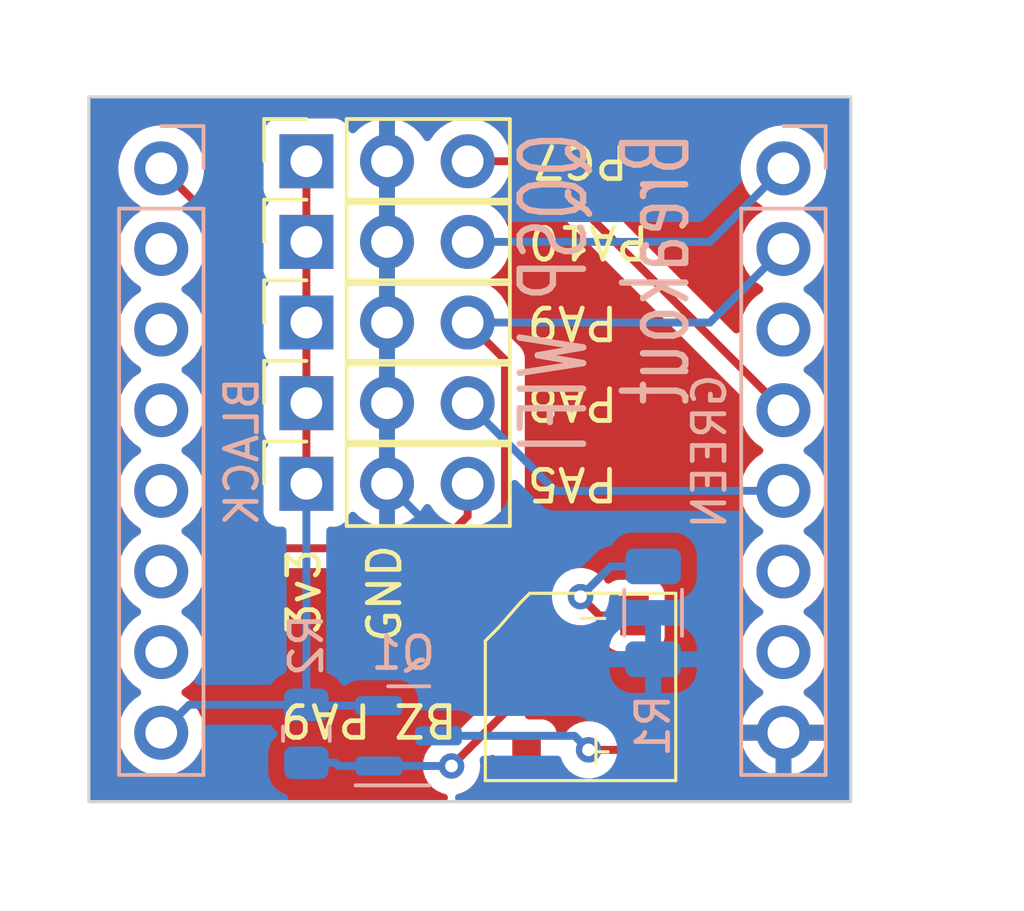
<source format=kicad_pcb>
(kicad_pcb (version 20221018) (generator pcbnew)
  (layers (0 "F.Cu" signal) (31 "B.Cu" signal) (34 "B.Paste" user) (35 "F.Paste" user) (36 "B.SilkS" user "B.Silkscreen") (37 "F.SilkS" user "F.Silkscreen") (38 "B.Mask" user) (39 "F.Mask" user) (44 "Edge.Cuts" user))
  (net 0 "")
  (net 1 "Net-(BZ1-+)")
  (net 2 "Net-(BZ1--)")
  (net 3 "/PA10")
  (net 4 "/PA9")
  (net 6 "/IO1")
  (net 7 "/IO0")
  (net 10 "GND")
  (net 11 "/PA5")
  (net 18 "+3V3")
  (footprint "Connector_PinSocket_2.54mm:PinSocket_1x03_P2.54mm_Vertical" (layer "F.Cu") (at 136.652 74.168 90)
    (fp_text reference "PA10" (at 0 8.89 180 unlocked) (layer "F.SilkS"))
    (fp_text value "Conn_01x03")
    (fp_line (start -1.33 1.27) (end -1.33 6.41) (stroke (width 0.12)) (layer "F.SilkS"))
    (fp_line (start -1.33 1.27) (end 1.33 1.27) (stroke (width 0.12)) (layer "F.SilkS"))
    (fp_line (start -1.33 6.41) (end 1.33 6.41) (stroke (width 0.12)) (layer "F.SilkS"))
    (fp_line (start 0 -1.33) (end 1.33 -1.33) (stroke (width 0.12)) (layer "F.SilkS"))
    (fp_line (start 1.33 -1.33) (end 1.33 0) (stroke (width 0.12)) (layer "F.SilkS"))
    (fp_line (start 1.33 1.27) (end 1.33 6.41) (stroke (width 0.12)) (layer "F.SilkS"))
    (pad "1" thru_hole rect (at 0 0 90) (size 1.7 1.7) (drill 1) (layers "*.Cu" "*.Mask") (net 18 "+3V3"))
    (pad "2" thru_hole oval (at 0 2.54 90) (size 1.7 1.7) (drill 1) (layers "*.Cu" "*.Mask") (net 10 "GND"))
    (pad "3" thru_hole oval (at 0 5.08 90) (size 1.7 1.7) (drill 1) (layers "*.Cu" "*.Mask") (net 3 "/PA10"))
  )
  (footprint "Connector_PinSocket_2.54mm:PinSocket_1x03_P2.54mm_Vertical" (layer "F.Cu") (at 136.652 76.708 90)
    (fp_text reference "PA9" (at 0 8.382 180 unlocked) (layer "F.SilkS"))
    (fp_text value "Conn_01x03")
    (fp_line (start -1.33 1.27) (end -1.33 6.41) (stroke (width 0.12)) (layer "F.SilkS"))
    (fp_line (start -1.33 1.27) (end 1.33 1.27) (stroke (width 0.12)) (layer "F.SilkS"))
    (fp_line (start -1.33 6.41) (end 1.33 6.41) (stroke (width 0.12)) (layer "F.SilkS"))
    (fp_line (start 0 -1.33) (end 1.33 -1.33) (stroke (width 0.12)) (layer "F.SilkS"))
    (fp_line (start 1.33 -1.33) (end 1.33 0) (stroke (width 0.12)) (layer "F.SilkS"))
    (fp_line (start 1.33 1.27) (end 1.33 6.41) (stroke (width 0.12)) (layer "F.SilkS"))
    (pad "1" thru_hole rect (at 0 0 90) (size 1.7 1.7) (drill 1) (layers "*.Cu" "*.Mask") (net 18 "+3V3"))
    (pad "2" thru_hole oval (at 0 2.54 90) (size 1.7 1.7) (drill 1) (layers "*.Cu" "*.Mask") (net 10 "GND"))
    (pad "3" thru_hole oval (at 0 5.08 90) (size 1.7 1.7) (drill 1) (layers "*.Cu" "*.Mask") (net 4 "/PA9"))
  )
  (footprint "Connector_PinSocket_2.54mm:PinSocket_1x03_P2.54mm_Vertical" (layer "F.Cu") (at 136.652 71.628 90)
    (fp_text reference "PC7" (at 0 8.636 180 unlocked) (layer "F.SilkS"))
    (fp_text value "Conn_01x03")
    (fp_line (start -1.33 1.27) (end -1.33 6.41) (stroke (width 0.12)) (layer "F.SilkS"))
    (fp_line (start -1.33 1.27) (end 1.33 1.27) (stroke (width 0.12)) (layer "F.SilkS"))
    (fp_line (start -1.33 6.41) (end 1.33 6.41) (stroke (width 0.12)) (layer "F.SilkS"))
    (fp_line (start 0 -1.33) (end 1.33 -1.33) (stroke (width 0.12)) (layer "F.SilkS"))
    (fp_line (start 1.33 -1.33) (end 1.33 0) (stroke (width 0.12)) (layer "F.SilkS"))
    (fp_line (start 1.33 1.27) (end 1.33 6.41) (stroke (width 0.12)) (layer "F.SilkS"))
    (pad "1" thru_hole rect (at 0 0 90) (size 1.7 1.7) (drill 1) (layers "*.Cu" "*.Mask") (net 18 "+3V3"))
    (pad "2" thru_hole oval (at 0 2.54 90) (size 1.7 1.7) (drill 1) (layers "*.Cu" "*.Mask") (net 10 "GND"))
    (pad "3" thru_hole oval (at 0 5.08 90) (size 1.7 1.7) (drill 1) (layers "*.Cu" "*.Mask") (net 6 "/IO1"))
  )
  (footprint "Connector_PinSocket_2.54mm:PinSocket_1x03_P2.54mm_Vertical" (layer "F.Cu") (at 136.652 79.248 90)
    (fp_text reference "PA8" (at 0 8.382 180 unlocked) (layer "F.SilkS"))
    (fp_text value "Conn_01x03")
    (fp_line (start -1.33 1.27) (end -1.33 6.41) (stroke (width 0.12)) (layer "F.SilkS"))
    (fp_line (start -1.33 1.27) (end 1.33 1.27) (stroke (width 0.12)) (layer "F.SilkS"))
    (fp_line (start -1.33 6.41) (end 1.33 6.41) (stroke (width 0.12)) (layer "F.SilkS"))
    (fp_line (start 0 -1.33) (end 1.33 -1.33) (stroke (width 0.12)) (layer "F.SilkS"))
    (fp_line (start 1.33 -1.33) (end 1.33 0) (stroke (width 0.12)) (layer "F.SilkS"))
    (fp_line (start 1.33 1.27) (end 1.33 6.41) (stroke (width 0.12)) (layer "F.SilkS"))
    (pad "1" thru_hole rect (at 0 0 90) (size 1.7 1.7) (drill 1) (layers "*.Cu" "*.Mask") (net 18 "+3V3"))
    (pad "2" thru_hole oval (at 0 2.54 90) (size 1.7 1.7) (drill 1) (layers "*.Cu" "*.Mask") (net 10 "GND"))
    (pad "3" thru_hole oval (at 0 5.08 90) (size 1.7 1.7) (drill 1) (layers "*.Cu" "*.Mask") (net 7 "/IO0"))
  )
  (footprint "Connector_PinSocket_2.54mm:PinSocket_1x03_P2.54mm_Vertical" (layer "F.Cu") (at 136.652 81.788 90)
    (fp_text reference "PA5" (at 0 8.382 180 unlocked) (layer "F.SilkS"))
    (fp_text value "Conn_01x03")
    (fp_line (start -1.33 1.27) (end -1.33 6.41) (stroke (width 0.12)) (layer "F.SilkS"))
    (fp_line (start -1.33 1.27) (end 1.33 1.27) (stroke (width 0.12)) (layer "F.SilkS"))
    (fp_line (start -1.33 6.41) (end 1.33 6.41) (stroke (width 0.12)) (layer "F.SilkS"))
    (fp_line (start 0 -1.33) (end 1.33 -1.33) (stroke (width 0.12)) (layer "F.SilkS"))
    (fp_line (start 1.33 -1.33) (end 1.33 0) (stroke (width 0.12)) (layer "F.SilkS"))
    (fp_line (start 1.33 1.27) (end 1.33 6.41) (stroke (width 0.12)) (layer "F.SilkS"))
    (pad "1" thru_hole rect (at 0 0 90) (size 1.7 1.7) (drill 1) (layers "*.Cu" "*.Mask") (net 18 "+3V3"))
    (pad "2" thru_hole oval (at 0 2.54 90) (size 1.7 1.7) (drill 1) (layers "*.Cu" "*.Mask") (net 10 "GND"))
    (pad "3" thru_hole oval (at 0 5.08 90) (size 1.7 1.7) (drill 1) (layers "*.Cu" "*.Mask") (net 11 "/PA5"))
  )
  (footprint "1mks:5020passiveBuzzer" (layer "F.Cu") (at 145.288 88.138)
    (fp_text reference "BZ1" hide)
    (fp_text value "5020 Passive")
    (fp_text user "+" (at -0.2 2.6 unlocked) (layer "F.SilkS") (effects (font (thickness 0.1)) (justify left bottom)))
    (fp_text user "-" (at -0.3 -1.6 unlocked) (layer "F.SilkS") (effects (font (thickness 0.1)) (justify left bottom)))
    (fp_line (start -3 -1.4) (end -3 3) (stroke (width 0.1)) (layer "F.SilkS"))
    (fp_line (start -3 3) (end 3 3) (stroke (width 0.1)) (layer "F.SilkS"))
    (fp_line (start -2.6 -1.8) (end -3 -1.4) (stroke (width 0.1)) (layer "F.SilkS"))
    (fp_line (start -2.6 -1.8) (end -1.9 -2.6) (stroke (width 0.1)) (layer "F.SilkS"))
    (fp_line (start -1.9 -2.6) (end -1.6 -2.9) (stroke (width 0.1)) (layer "F.SilkS"))
    (fp_line (start -1.6 -2.9) (end -1.4 -2.9) (stroke (width 0.1)) (layer "F.SilkS"))
    (fp_line (start 3 -2.9) (end -1.4 -2.9) (stroke (width 0.1)) (layer "F.SilkS"))
    (fp_line (start 3 3) (end 3 -2.9) (stroke (width 0.1)) (layer "F.SilkS"))
    (pad "" smd rect (at -1.7 2.2) (size 0.9 1.25) (layers "F.Cu" "F.Paste" "F.Mask"))
    (pad "1" smd rect (at 1.7 2.2) (size 0.9 1.25) (layers "F.Cu" "F.Paste" "F.Mask") (net 1 "Net-(BZ1-+)"))
    (pad "2" smd rect (at 1.7 -2.2) (size 0.9 1.25) (layers "F.Cu" "F.Paste" "F.Mask") (net 2 "Net-(BZ1--)"))
  )
  (footprint "Package_TO_SOT_SMD:SOT-23" (layer "B.Cu") (at 139.8755 89.728)
    (fp_text reference "Q1" (at -0.1755 -2.606) (layer "B.SilkS") (effects (justify mirror)))
    (fp_text value "AO3401A")
    (fp_line (start 0 -1.56) (end -0.65 -1.56) (stroke (width 0.12)) (layer "B.SilkS"))
    (fp_line (start 0 -1.56) (end 0.65 -1.56) (stroke (width 0.12)) (layer "B.SilkS"))
    (fp_line (start 0 1.56) (end -1.675 1.56) (stroke (width 0.12)) (layer "B.SilkS"))
    (fp_line (start 0 1.56) (end 0.65 1.56) (stroke (width 0.12)) (layer "B.SilkS"))
    (pad "1" smd roundrect (at -0.9375 0.95) (size 1.475 0.6) (layers "B.Cu" "B.Paste" "B.Mask") (net 4 "/PA9"))
    (pad "2" smd roundrect (at -0.9375 -0.95) (size 1.475 0.6) (layers "B.Cu" "B.Paste" "B.Mask") (net 18 "+3V3"))
    (pad "3" smd roundrect (at 0.9375 0) (size 1.475 0.6) (layers "B.Cu" "B.Paste" "B.Mask") (net 1 "Net-(BZ1-+)"))
  )
  (footprint "Connector_PinHeader_2.54mm:PinHeader_1x08_P2.54mm_Vertical" (layer "B.Cu") (at 132.08 71.85 180)
    (fp_text reference "BLACK" (at -2.54 -8.922 90) (layer "B.SilkS") (effects (justify mirror)))
    (fp_text value "Conn_01x08")
    (fp_line (start -1.33 -19.11) (end 1.33 -19.11) (stroke (width 0.12)) (layer "B.SilkS"))
    (fp_line (start -1.33 -1.27) (end -1.33 -19.11) (stroke (width 0.12)) (layer "B.SilkS"))
    (fp_line (start -1.33 -1.27) (end 1.33 -1.27) (stroke (width 0.12)) (layer "B.SilkS"))
    (fp_line (start -1.33 0) (end -1.33 1.33) (stroke (width 0.12)) (layer "B.SilkS"))
    (fp_line (start -1.33 1.33) (end 0 1.33) (stroke (width 0.12)) (layer "B.SilkS"))
    (fp_line (start 1.33 -1.27) (end 1.33 -19.11) (stroke (width 0.12)) (layer "B.SilkS"))
    (pad "1" thru_hole circle (at 0 0 180) (size 1.7 1.7) (drill 1) (layers "*.Cu" "*.Mask") (net 11 "/PA5"))
    (pad "2" thru_hole oval (at 0 -2.54 180) (size 1.7 1.7) (drill 1) (layers "*.Cu" "*.Mask"))
    (pad "3" thru_hole oval (at 0 -5.08 180) (size 1.7 1.7) (drill 1) (layers "*.Cu" "*.Mask"))
    (pad "4" thru_hole oval (at 0 -7.62 180) (size 1.7 1.7) (drill 1) (layers "*.Cu" "*.Mask"))
    (pad "5" thru_hole oval (at 0 -10.16 180) (size 1.7 1.7) (drill 1) (layers "*.Cu" "*.Mask"))
    (pad "6" thru_hole oval (at 0 -12.7 180) (size 1.7 1.7) (drill 1) (layers "*.Cu" "*.Mask"))
    (pad "7" thru_hole oval (at 0 -15.24 180) (size 1.7 1.7) (drill 1) (layers "*.Cu" "*.Mask"))
    (pad "8" thru_hole oval (at 0 -17.78 180) (size 1.7 1.7) (drill 1) (layers "*.Cu" "*.Mask") (net 18 "+3V3"))
  )
  (footprint "Resistor_SMD:R_0805_2012Metric" (layer "B.Cu") (at 136.652 89.662 90)
    (fp_text reference "R2" (at 2.794 0 90) (layer "B.SilkS") (effects (justify mirror)))
    (fp_text value "10k")
    (fp_line (start -0.227064 -0.735) (end 0.227064 -0.735) (stroke (width 0.12)) (layer "B.SilkS"))
    (fp_line (start -0.227064 0.735) (end 0.227064 0.735) (stroke (width 0.12)) (layer "B.SilkS"))
    (pad "1" smd roundrect (at -0.9125 0 90) (size 1.025 1.4) (layers "B.Cu" "B.Paste" "B.Mask") (roundrect_rratio 0.243902439) (net 4 "/PA9"))
    (pad "2" smd roundrect (at 0.9125 0 90) (size 1.025 1.4) (layers "B.Cu" "B.Paste" "B.Mask") (roundrect_rratio 0.243902439) (net 18 "+3V3"))
  )
  (footprint "Resistor_SMD:R_1206_3216Metric" (layer "B.Cu") (at 147.574 85.852 90)
    (fp_text reference "R1" (at -3.556 0 90) (layer "B.SilkS") (effects (justify mirror)))
    (fp_text value "0")
    (fp_line (start -0.727064 -0.91) (end 0.727064 -0.91) (stroke (width 0.12)) (layer "B.SilkS"))
    (fp_line (start -0.727064 0.91) (end 0.727064 0.91) (stroke (width 0.12)) (layer "B.SilkS"))
    (pad "1" smd roundrect (at -1.4625 0 90) (size 1.125 1.75) (layers "B.Cu" "B.Paste" "B.Mask") (roundrect_rratio 0.2222222222) (net 10 "GND"))
    (pad "2" smd roundrect (at 1.4625 0 90) (size 1.125 1.75) (layers "B.Cu" "B.Paste" "B.Mask") (roundrect_rratio 0.2222222222) (net 2 "Net-(BZ1--)"))
  )
  (footprint "Connector_PinHeader_2.54mm:PinHeader_1x08_P2.54mm_Vertical" (layer "B.Cu") (at 151.68 71.85 180)
    (fp_text reference "GREEN" (at 2.328 -8.922 90) (layer "B.SilkS") (effects (justify mirror)))
    (fp_text value "Conn_01x08")
    (fp_line (start -1.33 -19.11) (end 1.33 -19.11) (stroke (width 0.12)) (layer "B.SilkS"))
    (fp_line (start -1.33 -1.27) (end -1.33 -19.11) (stroke (width 0.12)) (layer "B.SilkS"))
    (fp_line (start -1.33 -1.27) (end 1.33 -1.27) (stroke (width 0.12)) (layer "B.SilkS"))
    (fp_line (start -1.33 0) (end -1.33 1.33) (stroke (width 0.12)) (layer "B.SilkS"))
    (fp_line (start -1.33 1.33) (end 0 1.33) (stroke (width 0.12)) (layer "B.SilkS"))
    (fp_line (start 1.33 -1.27) (end 1.33 -19.11) (stroke (width 0.12)) (layer "B.SilkS"))
    (pad "1" thru_hole circle (at 0 0 180) (size 1.7 1.7) (drill 1) (layers "*.Cu" "*.Mask" "Eco2.User") (net 3 "/PA10"))
    (pad "2" thru_hole oval (at 0 -2.54 180) (size 1.7 1.7) (drill 1) (layers "*.Cu" "*.Mask") (net 4 "/PA9"))
    (pad "3" thru_hole oval (at 0 -5.08 180) (size 1.7 1.7) (drill 1) (layers "*.Cu" "*.Mask"))
    (pad "4" thru_hole oval (at 0 -7.62 180) (size 1.7 1.7) (drill 1) (layers "*.Cu" "*.Mask") (net 6 "/IO1"))
    (pad "5" thru_hole oval (at 0 -10.16 180) (size 1.7 1.7) (drill 1) (layers "*.Cu" "*.Mask") (net 7 "/IO0"))
    (pad "6" thru_hole oval (at 0 -12.7 180) (size 1.7 1.7) (drill 1) (layers "*.Cu" "*.Mask"))
    (pad "7" thru_hole oval (at 0 -15.24 180) (size 1.7 1.7) (drill 1) (layers "*.Cu" "*.Mask"))
    (pad "8" thru_hole oval (at 0 -17.78 180) (size 1.7 1.7) (drill 1) (layers "*.Cu" "*.Mask") (net 10 "GND"))
  )
  (gr_rect (start 129.8 69.6) (end 153.8 91.8) (stroke (width 0.1)) (fill none) (layer "Edge.Cuts"))
  (gr_text "QQSP WIFI\nBreakout" (at 148.844 70.612 90) (layer "B.SilkS") (effects (font (size 2 1.3) (thickness 0.2) bold) (justify left bottom mirror)))
  (gr_text "BZ PA9" (at 141.478 88.646 180) (layer "F.SilkS") (effects (font (size 1 1)) (justify left bottom)))
  (gr_text "GND" (at 139.7 86.868 90) (layer "F.SilkS") (effects (font (size 1 1)) (justify left bottom)))
  (gr_text "3v3" (at 137.16 86.614 90) (layer "F.SilkS") (effects (font (size 1 1)) (justify left bottom)))
  (segment (start 145.542 90.17) (end 146.82 90.17) (width 0.25) (layer "F.Cu") (net 1))
  (segment (start 146.82 90.17) (end 146.988 90.338) (width 0.25) (layer "F.Cu") (net 1))
  (via (at 145.542 90.17) (size 0.8) (drill 0.4) (layers "F.Cu" "B.Cu") (net 1))
  (segment (start 140.813 89.728) (end 145.1 89.728) (width 0.25) (layer "B.Cu") (net 1))
  (segment (start 145.1 89.728) (end 145.542 90.17) (width 0.25) (layer "B.Cu") (net 1))
  (segment (start 145.882 85.938) (end 146.988 85.938) (width 0.25) (layer "F.Cu") (net 2))
  (segment (start 145.288 85.344) (end 145.882 85.938) (width 0.25) (layer "F.Cu") (net 2))
  (via (at 145.288 85.344) (size 0.8) (drill 0.4) (layers "F.Cu" "B.Cu") (net 2))
  (segment (start 147.574 84.3895) (end 146.2425 84.3895) (width 0.25) (layer "B.Cu") (net 2))
  (segment (start 146.2425 84.3895) (end 145.288 85.344) (width 0.25) (layer "B.Cu") (net 2))
  (segment (start 149.362 74.168) (end 151.68 71.85) (width 0.25) (layer "B.Cu") (net 3))
  (segment (start 141.732 74.168) (end 149.362 74.168) (width 0.25) (layer "B.Cu") (net 3))
  (segment (start 142.907 88.995) (end 141.224 90.678) (width 0.25) (layer "F.Cu") (net 4))
  (segment (start 141.732 76.708) (end 142.907 77.883) (width 0.25) (layer "F.Cu") (net 4))
  (segment (start 142.907 77.883) (end 142.907 88.995) (width 0.25) (layer "F.Cu") (net 4))
  (via (at 141.224 90.678) (size 0.8) (drill 0.4) (layers "F.Cu" "B.Cu") (net 4))
  (segment (start 136.652 90.5745) (end 137.5645 90.5745) (width 0.25) (layer "B.Cu") (net 4))
  (segment (start 137.5645 90.5745) (end 137.668 90.678) (width 0.25) (layer "B.Cu") (net 4))
  (segment (start 149.362 76.708) (end 151.68 74.39) (width 0.25) (layer "B.Cu") (net 4))
  (segment (start 141.224 90.678) (end 138.938 90.678) (width 0.25) (layer "B.Cu") (net 4))
  (segment (start 137.668 90.678) (end 138.938 90.678) (width 0.25) (layer "B.Cu") (net 4))
  (segment (start 141.732 76.708) (end 149.362 76.708) (width 0.25) (layer "B.Cu") (net 4))
  (segment (start 144.272 71.628) (end 141.732 71.628) (width 0.25) (layer "F.Cu") (net 6))
  (segment (start 144.272 72.062) (end 144.272 71.628) (width 0.25) (layer "F.Cu") (net 6))
  (segment (start 151.68 79.47) (end 144.272 72.062) (width 0.25) (layer "F.Cu") (net 6))
  (segment (start 141.732 79.248) (end 144.494 82.01) (width 0.25) (layer "B.Cu") (net 7))
  (segment (start 144.494 82.01) (end 151.68 82.01) (width 0.25) (layer "B.Cu") (net 7))
  (segment (start 139.192 79.248) (end 139.192 81.788) (width 0.25) (layer "F.Cu") (net 10))
  (segment (start 139.192 71.628) (end 139.192 74.168) (width 0.25) (layer "F.Cu") (net 10))
  (segment (start 139.192 76.708) (end 139.192 79.248) (width 0.25) (layer "F.Cu") (net 10))
  (segment (start 139.192 74.168) (end 139.192 76.708) (width 0.25) (layer "F.Cu") (net 10))
  (segment (start 139.192 81.788) (end 144.7185 87.3145) (width 0.25) (layer "B.Cu") (net 10))
  (segment (start 147.574 87.3145) (end 147.574 88.646) (width 0.25) (layer "B.Cu") (net 10))
  (segment (start 147.574 88.646) (end 148.558 89.63) (width 0.25) (layer "B.Cu") (net 10))
  (segment (start 144.7185 87.3145) (end 147.574 87.3145) (width 0.25) (layer "B.Cu") (net 10))
  (segment (start 148.558 89.63) (end 151.68 89.63) (width 0.25) (layer "B.Cu") (net 10))
  (segment (start 134.62 83.82) (end 140.716 83.82) (width 0.25) (layer "F.Cu") (net 11))
  (segment (start 141.732 82.804) (end 141.732 81.788) (width 0.25) (layer "F.Cu") (net 11))
  (segment (start 134.62 74.39) (end 134.62 83.82) (width 0.25) (layer "F.Cu") (net 11))
  (segment (start 132.08 71.85) (end 134.62 74.39) (width 0.25) (layer "F.Cu") (net 11))
  (segment (start 140.716 83.82) (end 141.732 82.804) (width 0.25) (layer "F.Cu") (net 11))
  (segment (start 136.652 74.168) (end 136.652 76.708) (width 0.25) (layer "F.Cu") (net 18))
  (segment (start 136.652 79.248) (end 136.652 81.788) (width 0.25) (layer "F.Cu") (net 18))
  (segment (start 136.652 71.628) (end 136.652 74.168) (width 0.25) (layer "F.Cu") (net 18))
  (segment (start 136.652 76.708) (end 136.652 79.248) (width 0.25) (layer "F.Cu") (net 18))
  (segment (start 136.652 88.7495) (end 132.9605 88.7495) (width 0.25) (layer "B.Cu") (net 18))
  (segment (start 136.6805 88.778) (end 136.652 88.7495) (width 0.25) (layer "B.Cu") (net 18))
  (segment (start 136.652 81.788) (end 136.652 88.7495) (width 0.25) (layer "B.Cu") (net 18))
  (segment (start 132.9605 88.7495) (end 132.08 89.63) (width 0.25) (layer "B.Cu") (net 18))
  (segment (start 138.938 88.778) (end 136.6805 88.778) (width 0.25) (layer "B.Cu") (net 18))
  (zone (net 10) (net_name "GND") (layers "F&B.Cu") (connect_pads (clearance 0.5)) (min_thickness 0.25) (fill yes (thermal_gap 0.5) (thermal_bridge_width 0.5))
    (polygon (pts (xy 127.254 66.548) (xy 127 95.25) (xy 159.258 94.234) (xy 159.004 66.548)))
  )
)
</source>
